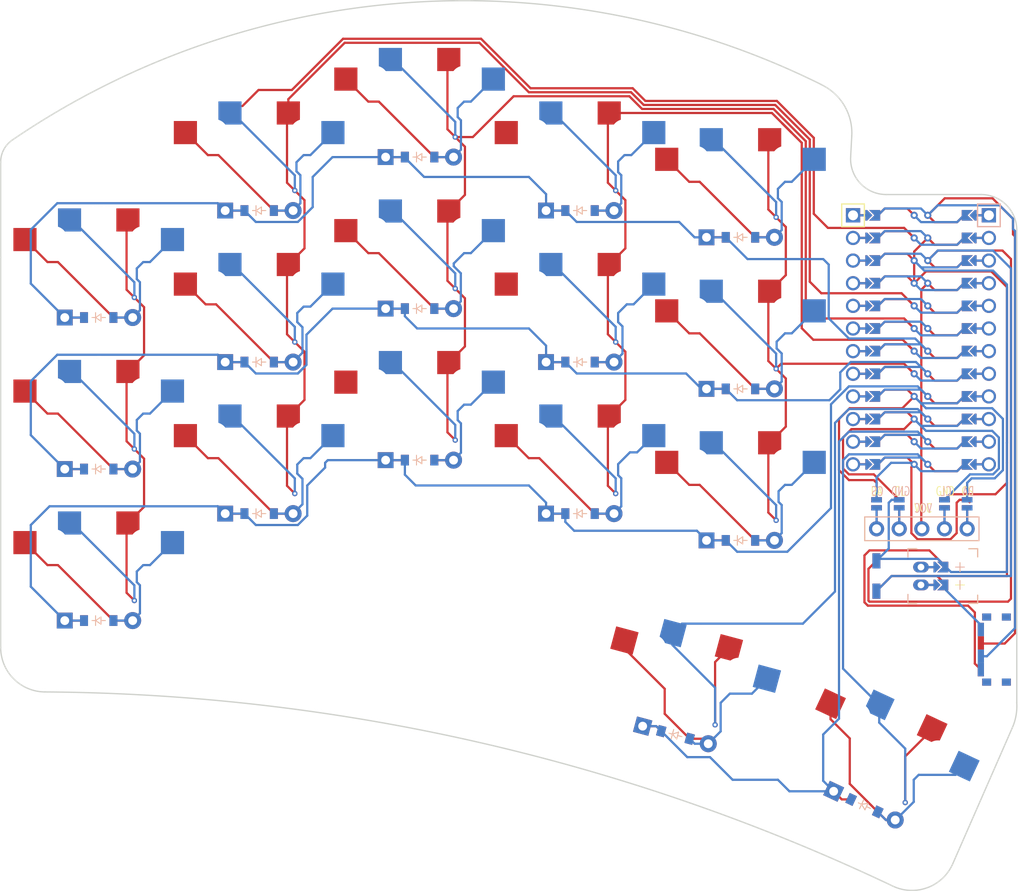
<source format=kicad_pcb>
(kicad_pcb (version 20211014) (generator pcbnew)
  (title_block (title "3x5_2") (rev "v1.0.0") (company "Unknown"))
  (layers (0 "F.Cu" signal) (31 "B.Cu" signal) (34 "B.Paste" user) (35 "F.Paste" user) (36 "B.SilkS" user "B.Silkscreen") (37 "F.SilkS" user "F.Silkscreen") (38 "B.Mask" user) (39 "F.Mask" user) (44 "Edge.Cuts" user))
  (net 0 "")
  (net 1 "P21")
  (net 2 "pinky_bot")
  (net 3 "pinky_mid")
  (net 4 "pinky_top")
  (net 5 "P2")
  (net 6 "ring_bot")
  (net 7 "ring_mid")
  (net 8 "ring_top")
  (net 9 "P3")
  (net 10 "middle_bot")
  (net 11 "middle_mid")
  (net 12 "middle_top")
  (net 13 "P4")
  (net 14 "index_bot")
  (net 15 "index_mid")
  (net 16 "index_top")
  (net 17 "P5")
  (net 18 "inner_bot")
  (net 19 "inner_mid")
  (net 20 "inner_top")
  (net 21 "P14")
  (net 22 "out_home")
  (net 23 "P10")
  (net 24 "in_home")
  (net 25 "P15")
  (net 26 "P18")
  (net 27 "P19")
  (net 28 "P16")
  (net 29 "RAW")
  (net 30 "GND")
  (net 31 "RST")
  (net 32 "VCC")
  (net 33 "P20")
  (net 34 "P1")
  (net 35 "P0")
  (net 36 "P6")
  (net 37 "P7")
  (net 38 "P8")
  (net 39 "P9")
  (net 40 "DISP1_1")
  (net 41 "DISP1_2")
  (net 42 "DISP1_4")
  (net 43 "DISP1_5")
  (net 44 "pos")
  (net 45 "JST1_1")
  (net 46 "JST1_2")
  (footprint "Button_Switch_SMD:SW_SPDT_PCM12" (layer "F.Cu") (at 100.4 8.25 90)
    (fp_text reference "")
    (fp_text value "")
  )
  (footprint "VIA-0.6mm" (layer "F.Cu") (at 69.151951 16.691572 -15)
    (fp_text reference "REF**" hide)
    (fp_text value "VIA-0.6mm" hide)
  )
  (footprint "ComboDiode" (layer "F.Cu") (at 54 -7)
    (fp_text reference "D10" hide)
    (fp_text value "" hide)
  )
  (footprint "VIA-0.6mm" (layer "F.Cu") (at 76 -23.25)
    (fp_text reference "REF**" hide)
    (fp_text value "VIA-0.6mm" hide)
  )
  (footprint "PG1350" (layer "F.Cu") (at 54 -12)
    (fp_text reference "S10" hide)
    (fp_text value "" hide)
  )
  (footprint "PG1350" (layer "F.Cu") (at 18 -12)
    (fp_text reference "S4" hide)
    (fp_text value "" hide)
  )
  (footprint "PG1350" (layer "F.Cu") (at 36 -52)
    (fp_text reference "S9" hide)
    (fp_text value "" hide)
  )
  (footprint "ComboDiode" (layer "F.Cu") (at 18 -7)
    (fp_text reference "D4" hide)
    (fp_text value "" hide)
  )
  (footprint "PG1350" (layer "F.Cu") (at 72 -43)
    (fp_text reference "S15" hide)
    (fp_text value "" hide)
  )
  (footprint "PG1350" (layer "F.Cu") (at 36 -35)
    (fp_text reference "S8" hide)
    (fp_text value "" hide)
  )
  (footprint "ComboDiode" (layer "F.Cu") (at 18 -24)
    (fp_text reference "D5" hide)
    (fp_text value "" hide)
  )
  (footprint "PG1350" (layer "F.Cu") (at 0 -17)
    (fp_text reference "S2" hide)
    (fp_text value "" hide)
  )
  (footprint "ComboDiode" (layer "F.Cu") (at 54 -41)
    (fp_text reference "D12" hide)
    (fp_text value "" hide)
  )
  (footprint "PG1350" (layer "F.Cu") (at 88.020322 21.229699 -25)
    (fp_text reference "S17" hide)
    (fp_text value "" hide)
  )
  (footprint "ComboDiode" (layer "F.Cu") (at 18 -41)
    (fp_text reference "D6" hide)
    (fp_text value "" hide)
  )
  (footprint "VIA-0.6mm" (layer "F.Cu") (at 58 -9.25)
    (fp_text reference "REF**" hide)
    (fp_text value "VIA-0.6mm" hide)
  )
  (footprint "VIA-0.6mm" (layer "F.Cu") (at 76 -6.25)
    (fp_text reference "REF**" hide)
    (fp_text value "VIA-0.6mm" hide)
  )
  (footprint "PG1350" (layer "F.Cu") (at 54 -29)
    (fp_text reference "S11" hide)
    (fp_text value "" hide)
  )
  (footprint "PG1350" (layer "F.Cu") (at 72 -26)
    (fp_text reference "S14" hide)
    (fp_text value "" hide)
  )
  (footprint "ComboDiode" (layer "F.Cu") (at 36 -13)
    (fp_text reference "D7" hide)
    (fp_text value "" hide)
  )
  (footprint "ComboDiode" (layer "F.Cu") (at 0 5)
    (fp_text reference "D1" hide)
    (fp_text value "" hide)
  )
  (footprint "ComboDiode" (layer "F.Cu") (at 85.90723 25.761238 -25)
    (fp_text reference "D17" hide)
    (fp_text value "" hide)
  )
  (footprint "ComboDiode" (layer "F.Cu") (at 36 -47)
    (fp_text reference "D9" hide)
    (fp_text value "" hide)
  )
  (footprint "VIA-0.6mm" (layer "F.Cu") (at 90.483352 25.412518 -25)
    (fp_text reference "REF**" hide)
    (fp_text value "VIA-0.6mm" hide)
  )
  (footprint "VIA-0.6mm" (layer "F.Cu") (at 58 -43.25)
    (fp_text reference "REF**" hide)
    (fp_text value "VIA-0.6mm" hide)
  )
  (footprint "PG1350" (layer "F.Cu") (at 54 -46)
    (fp_text reference "S12" hide)
    (fp_text value "" hide)
  )
  (footprint "VIA-0.6mm" (layer "F.Cu") (at 40 -32.25)
    (fp_text reference "REF**" hide)
    (fp_text value "VIA-0.6mm" hide)
  )
  (footprint "VIA-0.6mm" (layer "F.Cu") (at 22 -43.25)
    (fp_text reference "REF**" hide)
    (fp_text value "VIA-0.6mm" hide)
  )
  (footprint "ComboDiode" (layer "F.Cu") (at 0 -29)
    (fp_text reference "D3" hide)
    (fp_text value "" hide)
  )
  (footprint "ComboDiode" (layer "F.Cu") (at 72 -4)
    (fp_text reference "D13" hide)
    (fp_text value "" hide)
  )
  (footprint "VIA-0.6mm" (layer "F.Cu") (at 40 -49.25)
    (fp_text reference "REF**" hide)
    (fp_text value "VIA-0.6mm" hide)
  )
  (footprint "PG1350" (layer "F.Cu") (at 0 -34)
    (fp_text reference "S3" hide)
    (fp_text value "" hide)
  )
  (footprint "ComboDiode" (layer "F.Cu") (at 72 -21)
    (fp_text reference "D14" hide)
    (fp_text value "" hide)
  )
  (footprint "VIA-0.6mm" (layer "F.Cu") (at 4 -14.25)
    (fp_text reference "REF**" hide)
    (fp_text value "VIA-0.6mm" hide)
  )
  (footprint "PG1350" (layer "F.Cu") (at 18 -29)
    (fp_text reference "S5" hide)
    (fp_text value "" hide)
  )
  (footprint "PG1350" (layer "F.Cu") (at 36 -18)
    (fp_text reference "S7" hide)
    (fp_text value "" hide)
  )
  (footprint "VIA-0.6mm" (layer "F.Cu") (at 4 -31.25)
    (fp_text reference "REF**" hide)
    (fp_text value "VIA-0.6mm" hide)
  )
  (footprint "PG1350" (layer "F.Cu") (at 18 -46)
    (fp_text reference "S6" hide)
    (fp_text value "" hide)
  )
  (footprint "PG1350" (layer "F.Cu") (at 72 -9)
    (fp_text reference "S13" hide)
    (fp_text value "" hide)
  )
  (footprint "PG1350" (layer "F.Cu") (at 0 0)
    (fp_text reference "S1" hide)
    (fp_text value "" hide)
  )
  (footprint "ComboDiode" (layer "F.Cu") (at 72 -38)
    (fp_text reference "D15" hide)
    (fp_text value "" hide)
  )
  (footprint "VIA-0.6mm" (layer "F.Cu") (at 22 -9.25)
    (fp_text reference "REF**" hide)
    (fp_text value "VIA-0.6mm" hide)
  )
  (footprint "VIA-0.6mm" (layer "F.Cu") (at 22 -26.25)
    (fp_text reference "REF**" hide)
    (fp_text value "VIA-0.6mm" hide)
  )
  (footprint "ComboDiode" (layer "F.Cu") (at 64.705905 17.829629 -15)
    (fp_text reference "D16" hide)
    (fp_text value "" hide)
  )
  (footprint "ComboDiode" (layer "F.Cu") (at 0 -12)
    (fp_text reference "D2" hide)
    (fp_text value "" hide)
  )
  (footprint "nice!view" (layer "F.Cu") (at 92.35 -22)
    (fp_text reference "DISP1" hide)
    (fp_text value "")
  )
  (footprint "VIA-0.6mm" (layer "F.Cu") (at 58 -26.25)
    (fp_text reference "REF**" hide)
    (fp_text value "VIA-0.6mm" hide)
  )
  (footprint "JST_PH_S2B-PH-K" (layer "F.Cu") (at 92.25 0 90)
    (fp_text reference "JST1" hide)
    (fp_text value "")
  )
  (footprint "ProMicro" (layer "F.Cu") (at 92.25 -26.5 -90)
    (fp_text reference "MCU1" hide)
    (fp_text value "")
  )
  (footprint "VIA-0.6mm" (layer "F.Cu") (at 4 2.75)
    (fp_text reference "REF**" hide)
    (fp_text value "VIA-0.6mm" hide)
  )
  (footprint "VIA-0.6mm" (layer "F.Cu") (at 76 -40.25)
    (fp_text reference "REF**" hide)
    (fp_text value "VIA-0.6mm" hide)
  )
  (footprint "ComboDiode" (layer "F.Cu") (at 54 -24)
    (fp_text reference "D11" hide)
    (fp_text value "" hide)
  )
  (footprint "ComboDiode" (layer "F.Cu") (at 36 -30)
    (fp_text reference "D8" hide)
    (fp_text value "" hide)
  )
  (footprint "Button_Switch_SMD:SW_SPST_B3U-1000P" (layer "F.Cu") (at 87.25 0 90)
    (fp_text reference "")
    (fp_text value "")
  )
  (footprint "VIA-0.6mm" (layer "F.Cu") (at 40 -15.25)
    (fp_text reference "REF**" hide)
    (fp_text value "VIA-0.6mm" hide)
  )
  (footprint "PG1350" (layer "F.Cu") (at 66 13 -15)
    (fp_text reference "S16" hide)
    (fp_text value "" hide)
  )
  (gr_arc (start -6.032609 13.004785) (mid -9.547044 11.528877) (end -11 8.004891) (layer "Edge.Cuts") (width 0.15))
  (gr_arc (start 99 -42.8) (mid 101.828427 -41.628427) (end 103 -38.8) (layer "Edge.Cuts") (width 0.15))
  (gr_line (start 102.994991 14.2) (end 103 14.2) (layer "Edge.Cuts") (width 0.15))
  (gr_arc (start -11 -46.438803) (mid -10.65226 -47.840772) (end -9.689655 -48.917727) (layer "Edge.Cuts") (width 0.15))
  (gr_arc (start 88.35366 -42.8) (mid 85.45005 -44.04881) (end 84.359468 -47.015476) (layer "Edge.Cuts") (width 0.15))
  (gr_line (start -11 8.004891) (end -11 -35.75) (layer "Edge.Cuts") (width 0.15))
  (gr_line (start 103 14.2) (end 103 -38.8) (layer "Edge.Cuts") (width 0.15))
  (gr_line (start 81 -55.160294) (end 81 -55.172578) (layer "Edge.Cuts") (width 0.15))
  (gr_line (start 102.504833 17.00822) (end 95.819813 32.278197) (layer "Edge.Cuts") (width 0.15))
  (gr_arc (start 81 -55.160295) (mid 83.632356 -52.809022) (end 84.487274 -49.384567) (layer "Edge.Cuts") (width 0.15))
  (gr_arc (start 95.819814 32.278197) (mid 92.98783 34.957371) (end 89.093001 34.788799) (layer "Edge.Cuts") (width 0.15))
  (gr_line (start 84.487274 -49.384567) (end 84.359468 -47.015476) (layer "Edge.Cuts") (width 0.15))
  (gr_arc (start 102.994991 14.2) (mid 102.919111 15.633643) (end 102.504833 17.00822) (layer "Edge.Cuts") (width 0.15))
  (gr_line (start 88.35366 -42.8) (end 99 -42.8) (layer "Edge.Cuts") (width 0.15))
  (gr_arc (start -9.689655 -48.917727) (mid 34.807426 -64.336703) (end 81 -55.172577) (layer "Edge.Cuts") (width 0.15))
  (gr_arc (start -6.032608 13.004785) (mid 42.725452 18.677397) (end 89.093001 34.788799) (layer "Edge.Cuts") (width 0.15))
  (gr_line (start -11 -35.75) (end -11 -46.438803) (layer "Edge.Cuts") (width 0.15))
  (segment (start 3.124999 -32.125001) (end 3.124999 -39.799999) (width 0.25) (layer "F.Cu") (net 1))
  (segment (start 3.124999 -39.799999) (end 3.275 -39.95) (width 0.25) (layer "F.Cu") (net 1))
  (segment (start 3.124999 -5.799999) (end 3.275 -5.95) (width 0.25) (layer "F.Cu") (net 1))
  (segment (start 3.124999 -22.799999) (end 3.275 -22.95) (width 0.25) (layer "F.Cu") (net 1))
  (segment (start 5.0875 -13.1625) (end 5.0875 -7.7625) (width 0.25) (layer "F.Cu") (net 1))
  (segment (start 4 -14.25) (end 3.124999 -15.125001) (width 0.25) (layer "F.Cu") (net 1))
  (segment (start 5.0875 -7.7625) (end 3.275 -5.95) (width 0.25) (layer "F.Cu") (net 1))
  (segment (start 4 -31.25) (end 3.124999 -32.125001) (width 0.25) (layer "F.Cu") (net 1))
  (segment (start 5.0875 -30.1625) (end 5.0875 -24.7625) (width 0.25) (layer "F.Cu") (net 1))
  (segment (start 5.0875 -24.7625) (end 3.275 -22.95) (width 0.25) (layer "F.Cu") (net 1))
  (segment (start 4 -14.25) (end 5.0875 -13.1625) (width 0.25) (layer "F.Cu") (net 1))
  (segment (start 4 2.75) (end 3.124999 1.874999) (width 0.25) (layer "F.Cu") (net 1))
  (segment (start 3.124999 -15.125001) (end 3.124999 -22.799999) (width 0.25) (layer "F.Cu") (net 1))
  (segment (start 3.124999 1.874999) (end 3.124999 -5.799999) (width 0.25) (layer "F.Cu") (net 1))
  (segment (start 4 -31.25) (end 5.0875 -30.1625) (width 0.25) (layer "F.Cu") (net 1))
  (segment (start 4 -32.955001) (end 4 -31.25) (width 0.25) (layer "B.Cu") (net 1))
  (segment (start -2.994999 -5.95) (end 4 1.044999) (width 0.25) (layer "B.Cu") (net 1))
  (segment (start -2.994999 -39.95) (end 4 -32.955001) (width 0.25) (layer "B.Cu") (net 1))
  (segment (start -3.275 -39.95) (end -2.994999 -39.95) (width 0.25) (layer "B.Cu") (net 1))
  (segment (start -3.275 -22.95) (end -2.994999 -22.95) (width 0.25) (layer "B.Cu") (net 1))
  (segment (start 4 -15.955001) (end 4 -14.25) (width 0.25) (layer "B.Cu") (net 1))
  (segment (start 4 1.044999) (end 4 2.75) (width 0.25) (layer "B.Cu") (net 1))
  (segment (start -2.994999 -22.95) (end 4 -15.955001) (width 0.25) (layer "B.Cu") (net 1))
  (segment (start -3.275 -5.95) (end -2.994999 -5.95) (width 0.25) (layer "B.Cu") (net 1))
  (segment (start 3.81 5) (end 1.65 5) (width 0.25) (layer "F.Cu") (net 2))
  (segment (start -4.575901 -1.225901) (end 1.65 5) (width 0.25) (layer "F.Cu") (net 2))
  (segment (start -8.275 -3.75) (end -5.750901 -1.225901) (width 0.25) (layer "F.Cu") (net 2))
  (segment (start -5.750901 -1.225901) (end -4.575901 -1.225901) (width 0.25) (layer "F.Cu") (net 2))
  (segment (start 8.275 -3.75) (end 5.750901 -1.225901) (width 0.25) (layer "B.Cu") (net 2))
  (segment (start 5.750901 -1.225901) (end 4.992215 -1.225901) (width 0.25) (layer "B.Cu") (net 2))
  (segment (start 4.625 1.033603) (end 4.625 4.185) (width 0.25) (layer "B.Cu") (net 2))
  (segment (start 4.992215 -1.225901) (end 4.274099 -0.507785) (width 0.25) (layer "B.Cu") (net 2))
  (segment (start 4.625 4.185) (end 3.81 5) (width 0.25) (layer "B.Cu") (net 2))
  (segment (start 4.274099 0.682702) (end 4.625 1.033603) (width 0.25) (layer "B.Cu") (net 2))
  (segment (start 3.81 5) (end 1.65 5) (width 0.25) (layer "B.Cu") (net 2))
  (segment (start 4.274099 -0.507785) (end 4.274099 0.682702) (width 0.25) (layer "B.Cu") (net 2))
  (segment (start 3.81 -12) (end 1.65 -12) (width 0.25) (layer "F.Cu") (net 3))
  (segment (start -5.750901 -18.225901) (end -4.575901 -18.225901) (width 0.25) (layer "F.Cu") (net 3))
  (segment (start -8.275 -20.75) (end -5.750901 -18.225901) (width 0.25) (layer "F.Cu") (net 3))
  (segment (start -4.575901 -18.225901) (end 1.65 -12) (width 0.25) (layer "F.Cu") (net 3))
  (segment (start 4.625 -12.815) (end 3.81 -12) (width 0.25) (layer "B.Cu") (net 3))
  (segment (start 4.274099 -16.317298) (end 4.625 -15.966397) (width 0.25) (layer "B.Cu") (net 3))
  (segment (start 5.750901 -18.225901) (end 4.992215 -18.225901) (width 0.25) (layer "B.Cu") (net 3))
  (segment (start 8.275 -20.75) (end 5.750901 -18.225901) (width 0.25) (layer "B.Cu") (net 3))
  (segment (start 4.992215 -18.225901) (end 4.274099 -17.507785) (width 0.25) (layer "B.Cu") (net 3))
  (segment (start 4.625 -15.966397) (end 4.625 -12.815) (width 0.25) (layer "B.Cu") (net 3))
  (segment (start 3.81 -12) (end 1.65 -12) (width 0.25) (layer "B.Cu") (net 3))
  (segment (start 4.274099 -17.507785) (end 4.274099 -16.317298) (width 0.25) (layer "B.Cu") (net 3))
  (segment (start -5.750901 -35.225901) (end -4.575901 -35.225901) (width 0.25) (layer "F.Cu") (net 4))
  (segment (start 3.81 -29) (end 1.65 -29) (width 0.25) (layer "F.Cu") (net 4))
  (segment (start -8.275 -37.75) (end -5.750901 -35.225901) (width 0.25) (layer "F.Cu") (net 4))
  (segment (start -4.575901 -35.225901) (end 1.65 -29) (width 0.25) (layer "F.Cu") (net 4))
  (segment (start 4.992215 -35.225901) (end 4.274099 -34.507785) (width 0.25) (layer "B.Cu") (net 4))
  (segment (start 3.81 -29) (end 1.65 -29) (width 0.25) (layer "B.Cu") (net 4))
  (segment (start 4.625 -32.966397) (end 4.625 -29.815) (width 0.25) (layer "B.Cu") (net 4))
  (segment (start 4.274099 -34.507785) (end 4.274099 -33.317298) (width 0.25) (layer "B.Cu") (net 4))
  (segment (start 5.750901 -35.225901) (end 4.992215 -35.225901) (width 0.25) (layer "B.Cu") (net 4))
  (segment (start 8.275 -37.75) (end 5.750901 -35.225901) (width 0.25) (layer "B.Cu") (net 4))
  (segment (start 4.274099 -33.317298) (end 4.625 -32.966397) (width 0.25) (layer "B.Cu") (net 4))
  (segment (start 4.625 -29.815) (end 3.81 -29) (width 0.25) (layer "B.Cu") (net 4))
  (segment (start 23.0875 -25.1625) (end 23.0875 -19.7625) (width 0.25) (layer "F.Cu") (net 5))
  (segment (start 22 -26.25) (end 21.124999 -27.125001) (width 0.25) (layer "F.Cu") (net 5))
  (segment (start 21.275 -53.5) (end 27.600001 -59.825001) (width 0.25) (layer "F.Cu") (net 5))
  (segment (start 21.275 -51.95) (end 21.275 -53.5) (width 0.25) (layer "F.Cu") (net 5))
  (segment (start 21.124999 -44.125001) (end 21.124999 -51.799999) (width 0.25) (layer "F.Cu") (net 5))
  (segment (start 42.71 -59.825001) (end 48.26 -54.275001) (width 0.25) (layer "F.Cu") (net 5))
  (segment (start 21.124999 -10.125001) (end 21.124999 -17.799999) (width 0.25) (layer "F.Cu") (net 5))
  (segment (start 21.124999 -27.125001) (end 21.124999 -34.799999) (width 0.25) (layer "F.Cu") (net 5))
  (segment (start 21.124999 -51.799999) (end 21.275 -51.95) (width 0.25) (layer "F.Cu") (net 5))
  (segment (start 48.26 -54.275001) (end 59.721395 -54.275001) (width 0.25) (layer "F.Cu") (net 5))
  (segment (start 21.124999 -17.799999) (end 21.275 -17.95) (width 0.25) (layer "F.Cu") (net 5))
  (segment (start 81.070001 -31.725) (end 90.073 -31.725) (width 0.25) (layer "F.Cu") (net 5))
  (segment (start 79.775001 -33.02) (end 81.070001 -31.725) (width 0.25) (layer "F.Cu") (net 5))
  (segment (start 90.073 -31.725) (end 91.488 -30.31) (width 0.25) (layer "F.Cu") (net 5))
  (segment (start 23.0875 -36.7625) (end 21.275 -34.95) (width 0.25) (layer "F.Cu") (net 5))
  (segment (start 27.600001 -59.825001) (end 42.71 -59.825001) (width 0.25) (layer "F.Cu") (net 5))
  (segment (start 23.0875 -42.1625) (end 23.0875 -36.7625) (width 0.25) (layer "F.Cu") (net 5))
  (segment (start 21.124999 -34.799999) (end 21.275 -34.95) (width 0.25) (layer "F.Cu") (net 5))
  (segment (start 22 -43.25) (end 23.0875 -42.1625) (width 0.25) (layer "F.Cu") (net 5))
  (segment (start 59.721395 -54.275001) (end 61.146396 -52.85) (width 0.25) (layer "F.Cu") (net 5))
  (segment (start 23.0875 -19.7625) (end 21.275 -17.95) (width 0.25) (layer "F.Cu") (net 5))
  (segment (start 22 -43.25) (end 21.124999 -44.125001) (width 0.25) (layer "F.Cu") (net 5))
  (segment (start 22 -9.25) (end 21.124999 -10.125001) (width 0.25) (layer "F.Cu") (net 5))
  (segment (start 75.897792 -52.85) (end 79.775001 -48.972791) (width 0.25) (layer "F.Cu") (net 5))
  (segment (start 79.775001 -48.972791) (end 79.775001 -33.02) (width 0.25) (layer "F.Cu") (net 5))
  (segment (start 61.146396 -52.85) (end 75.897792 -52.85) (width 0.25) (layer "F.Cu") (net 5))
  (segment (start 22 -26.25) (end 23.0875 -25.1625) (width 0.25) (layer "F.Cu") (net 5))
  (segment (start 14.725 -51.95) (end 15.005001 -51.95) (width 0.25) (layer "B.Cu") (net 5))
  (segment (start 14.725 -17.95) (end 15.005001 -17.95) (width 0.25) (layer "B.Cu") (net 5))
  (segment (start 14.725 -34.95) (end 15.005001 -34.95) (width 0.25) (layer "B.Cu") (net 5))
  (segment (start 22 -27.955001) (end 22 -26.25) (width 0.25) (layer "B.Cu") (net 5))
  (segment (start 22 -44.955001) (end 22 -43.25) (width 0.25) (layer "B.Cu") (net 5))
  (segment (start 15.005001 -34.95) (end 22 -27.955001) (width 0.25) (layer "B.Cu") (net 5))
  (segment (start 15.005001 -51.95) (end 22 -44.955001) (width 0.25) (layer "B.Cu") (net 5))
  (segment (start 22 -10.955001) (end 22 -9.25) (width 0.25) (layer "B.Cu") (net 5))
  (segment (start 15.005001 -17.95) (end 22 -10.955001) (width 0.25) (layer "B.Cu") (net 5))
  (segment (start 9.725 -15.75) (end 12.249099 -13.225901) (width 0.25) (layer "F.Cu") (net 6))
  (segment (start 12.249099 -13.225901) (end 13.424099 -13.225901) (width 0.25) (layer "F.Cu") (net 6))
  (segment (start 21.81 -7) (end 19.65 -7) (width 0.25) (layer "F.Cu") (net 6))
  (segment (start 13.424099 -13.225901) (end 19.65 -7) (width 0.25) (layer "F.Cu") (net 6))
  (segment (start 22.274099 -11.492215) (end 22.86 -10.906314) (width 0.25) (layer "B.Cu") (net 6))
  (segment (start 22.992215 -13.225901) (end 22.274099 -12.507785) (width 0.25) (layer "B.Cu") (net 6))
  (segment (start 26.275 -15.75) (end 23.750901 -13.225901) (width 0.25) (layer "B.Cu") (net 6))
  (segment (start 22.86 -8.05) (end 21.81 -7) (width 0.25) (layer "B.Cu") (net 6))
  (segment (start 22.86 -10.906314) (end 22.86 -8.05) (width 0.25) (layer "B.Cu") (net 6))
  (segment (start 21.81 -7) (end 19.65 -7) (width 0.25) (layer "B.Cu") (net 6))
  (segment (start 23.750901 -13.225901) (end 22.992215 -13.225901) (width 0.25) (layer "B.Cu") (net 6))
  (segment (start 22.274099 -12.507785) (end 22.274099 -11.492215) (width 0.25) (layer "B.Cu") (net 6))
  (segment (start 11.995 -30.48) (end 9.725 -32.75) (width 0.25) (layer "F.Cu") (net 7))
  (segment (start 19.65 -24) (end 13.17 -30.48) (width 0.25) (layer "F.Cu") (net 7))
  (segment (start 13.17 -30.48) (end 11.995 -30.48) (width 0.25) (layer "F.Cu") (net 7))
  (segment (start 21.81 -24) (end 19.65 -24) (width 0.25) (layer "F.Cu") (net 7))
  (segment (start 22.274099 -29.507785) (end 22.274099 -28.492215) (width 0.25) (layer "B.Cu") (net 7))
  (segment (start 22.992215 -30.225901) (end 22.274099 -29.507785) (width 0.25) (layer "B.Cu") (net 7))
  (segment (start 22.86 -25.05) (end 21.81 -24) (width 0.25) (layer "B.Cu") (net 7))
  (segment (start 21.81 -24) (end 19.65 -24) (width 0.25) (layer "B.Cu") (net 7))
  (segment (start 26.275 -32.75) (end 23.750901 -30.225901) (width 0.25) (layer "B.Cu") (net 7))
  (segment (start 22.86 -27.906314) (end 22.86 -25.05) (width 0.25) (layer "B.Cu") (net 7))
  (segment (start 22.274099 -28.492215) (end 22.86 -27.906314) (width 0.25) (layer "B.Cu") (net 7))
  (segment (start 23.750901 -30.225901) (end 22.992215 -30.225901) (width 0.25) (layer "B.Cu") (net 7))
  (segment (start 12.249099 -47.225901) (end 13.424099 -47.225901) (width 0.25) (layer "F.Cu") (net 8))
  (segment (start 13.424099 -47.225901) (end 19.65 -41) (width 0.25) (layer "F.Cu") (net 8))
  (segment (start 9.725 -49.75) (end 12.249099 -47.225901) (width 0.25) (layer "F.Cu") (net 8))
  (segment (start 21.81 -41) (end 19.65 -41) (width 0.25) (layer "F.Cu") (net 8))
  (segment (start 22.625 -44.966396) (end 22.625 -41.815) (width 0.25) (layer "B.Cu") (net 8))
  (segment (start 22.625 -41.815) (end 21.81 -41) (width 0.25) (layer "B.Cu") (net 8))
  (segment (start 22.18664 -45.404756) (end 22.625 -44.966396) (width 0.25) (layer "B.Cu") (net 8))
  (segment (start 23.750901 -47.225901) (end 22.992215 -47.225901) (width 0.25) (layer "B.Cu") (net 8))
  (segment (start 21.81 -41) (end 19.65 -41) (width 0.25) (layer "B.Cu") (net 8))
  (segment (start 26.275 -49.75) (end 23.750901 -47.225901) (width 0.25) (layer "B.Cu") (net 8))
  (segment (start 22.18664 -46.420326) (end 22.18664 -45.404756) (width 0.25) (layer "B.Cu") (net 8))
  (segment (start 22.992215 -47.225901) (end 22.18664 -46.420326) (width 0.25) (layer "B.Cu") (net 8))
  (segment (start 41.0875 -31.1625) (end 41.0875 -25.7625) (width 0.25) (layer "F.Cu") (net 9))
  (segment (start 46.550001 -53.825001) (end 59.534999 -53.825001) (width 0.25) (layer "F.Cu") (net 9))
  (segment (start 39.124999 -16.125001) (end 39.124999 -23.799999) (width 0.25) (layer "F.Cu") (net 9))
  (segment (start 40 -49.25) (end 41.0875 -48.1625) (width 0.25) (layer "F.Cu") (net 9))
  (segment (start 40 -49.25) (end 41.975 -49.25) (width 0.25) (layer "F.Cu") (net 9))
  (segment (start 75.711396 -52.4) (end 79.325001 -48.786395) (width 0.25) (layer "F.Cu") (net 9))
  (segment (start 40 -32.25) (end 39.124999 -33.125001) (width 0.25) (layer "F.Cu") (net 9))
  (segment (start 39.124999 -57.799999) (end 39.275 -57.95) (width 0.25) (layer "F.Cu") (net 9))
  (segment (start 59.534999 -53.825001) (end 60.96 -52.4) (width 0.25) (layer "F.Cu") (net 9))
  (segment (start 39.124999 -40.799999) (end 39.275 -40.95) (width 0.25) (layer "F.Cu") (net 9))
  (segment (start 39.124999 -50.125001) (end 39.124999 -57.799999) (width 0.25) (layer "F.Cu") (net 9))
  (segment (start 40 -15.25) (end 39.124999 -16.125001) (width 0.25) (layer "F.Cu") (net 9))
  (segment (start 60.96 -52.4) (end 75.711396 -52.4) (width 0.25) (layer "F.Cu") (net 9))
  (segment (start 40 -32.25) (end 41.0875 -31.1625) (width 0.25) (layer "F.Cu") (net 9))
  (segment (start 40 -49.25) (end 39.124999 -50.125001) (width 0.25) (layer "F.Cu") (net 9))
  (segment (start 79.325001 -48.786395) (end 79.325001 -30.48) (width 0.25) (layer "F.Cu") (net 9))
  (segment (start 39.124999 -33.125001) (end 39.124999 -40.799999) (width 0.25) (layer "F.Cu") (net 9))
  (segment (start 41.0875 -42.7625) (end 39.275 -40.95) (width 0.25) (layer "F.Cu") (net 9))
  (segment (start 41.975 -49.25) (end 46.550001 -53.825001) (width 0.25) (layer "F.Cu") (net 9))
  (segment (start 41.0875 -25.7625) (end 39.275 -23.95) (width 0.25) (layer "F.Cu") (net 9))
  (segment (start 90.363 -28.895) (end 91.488 -27.77) (width 0.25) (layer "F.Cu") (net 9))
  (segment (start 80.910001 -28.895) (end 90.363 -28.895) (width 0.25) (layer "F.Cu") (net 9))
  (segment (start 79.325001 -30.48) (end 80.910001 -28.895) (width 0.25) (layer "F.Cu") (net 9))
  (segment (start 41.0875 -48.1625) (end 41.0875 -42.7625) (width 0.25) (layer "F.Cu") (net 9))
  (segment (start 39.124999 -23.799999) (end 39.275 -23.95) (width 0.25) (layer "F.Cu") (net 9))
  (segment (start 32.725 -57.95) (end 33.005001 -57.95) (width 0.25) (layer "B.Cu") (net 9))
  (segment (start 32.725 -40.95) (end 33.005001 -40.95) (width 0.25) (layer "B.Cu") (net 9))
  (segment (start 33.005001 -23.95) (end 40 -16.955001) (width 0.25) (layer "B.Cu") (net 9))
  (segment (start 33.005001 -40.95) (end 40 -33.955001) (width 0.25) (layer "B.Cu") (net 9))
  (segment (start 32.725 -23.95) (end 33.005001 -23.95) (width 0.25) (layer "B.Cu") (net 9))
  (segment (start 40 -50.955001) (end 40 -49.25) (width 0.25) (layer "B.Cu") (net 9))
  (segment (start 40 -33.955001) (end 40 -32.25) (width 0.25) (layer "B.Cu") (net 9))
  (segment (start 40 -16.955001) (end 40 -15.25) (width 0.25) (layer "B.Cu") (net 9))
  (segment (start 33.005001 -57.95) (end 40 -50.955001) (width 0.25) (layer "B.Cu") (net 9))
  (segment (start 39.81 -13) (end 37.65 -13) (width 0.25) (layer "F.Cu") (net 10))
  (segment (start 40.64 -17.126314) (end 40.64 -13.83) (width 0.25) (layer "B.Cu") (net 10))
  (segment (start 41.750901 -19.225901) (end 40.992215 -19.225901) (width 0.25) (layer "B.Cu") (net 10))
  (segment (start 40.274099 -17.492215) (end 40.64 -17.126314) (width 0.25) (layer "B.Cu") (net 10))
  (segment (start 39.81 -13) (end 37.65 -13) (width 0.25) (layer "B.Cu") (net 10))
  (segment (start 40.992215 -19.225901) (end 40.274099 -18.507785) (width 0.25) (layer "B.Cu") (net 10))
  (segment (start 40.274099 -18.507785) (end 40.274099 -17.492215) (width 0.25) (layer "B.Cu") (net 10))
  (segment (start 44.275 -21.75) (end 41.750901 -19.225901) (width 0.25) (layer "B.Cu") (net 10))
  (segment (start 40.64 -13.83) (end 39.81 -13) (width 0.25) (layer "B.Cu") (net 10))
  (segment (start 30.249099 -36.225901) (end 31.424099 -36.225901) (width 0.25) (layer "F.Cu") (net 11))
  (segment (start 27.725 -38.75) (end 30.249099 -36.225901) (width 0.25) (layer "F.Cu") (net 11))
  (segment (start 39.81 -30) (end 37.65 -30) (width 0.25) (layer "F.Cu") (net 11))
  (segment (start 31.424099 -36.225901) (end 37.65 -30) (width 0.25) (layer "F.Cu") (net 11))
  (segment (start 40.992215 -36.225901) (end 39.835698 -35.069384) (width 0.25) (layer "B.Cu") (net 11))
  (segment (start 39.835698 -35.069384) (end 39.835698 -34.755698) (width 0.25) (layer "B.Cu") (net 11))
  (segment (start 40.625 -33.966396) (end 40.625 -30.815) (width 0.25) (layer "B.Cu") (net 11))
  (segment (start 39.835698 -34.755698) (end 40.625 -33.966396) (width 0.25) (layer "B.Cu") (net 11))
  (segment (start 41.750901 -36.225901) (end 40.992215 -36.225901) (width 0.25) (layer "B.Cu") (net 11))
  (segment (start 44.275 -38.75) (end 41.750901 -36.225901) (width 0.25) (layer "B.Cu") (net 11))
  (segment (start 40.625 -30.815) (end 39.81 -30) (width 0.25) (layer "B.Cu") (net 11))
  (segment (start 39.81 -30) (end 37.65 -30) (width 0.25) (layer "B.Cu") (net 11))
  (segment (start 27.725 -55.75) (end 30.249099 -53.225901) (width 0.25) (layer "F.Cu") (net 12))
  (segment (start 30.249099 -53.225901) (end 31.424099 -53.225901) (width 0.25) (layer "F.Cu") (net 12))
  (segment (start 39.81 -47) (end 37.65 -47) (width 0.25) (layer "F.Cu") (net 12))
  (segment (start 31.424099 -53.225901) (end 37.65 -47) (width 0.25) (layer "F.Cu") (net 12))
  (segment (start 41.750901 -53.225901) (end 40.992215 -53.225901) (width 0.25) (layer "B.Cu") (net 12))
  (segment (start 40.64 -47.83) (end 39.81 -47) (width 0.25) (layer "B.Cu") (net 12))
  (segment (start 40.992215 -53.225901) (end 40.274099 -52.507785) (width 0.25) (layer "B.Cu") (net 12))
  (segment (start 40.64 -51.126314) (end 40.64 -47.83) (width 0.25) (layer "B.Cu") (net 12))
  (segment (start 44.275 -55.75) (end 41.750901 -53.225901) (width 0.25) (layer "B.Cu") (net 12))
  (segment (start 40.274099 -51.492215) (end 40.64 -51.126314) (width 0.25) (layer "B.Cu") (net 12))
  (segment (start 39.81 -47) (end 37.65 -47) (width 0.25) (layer "B.Cu") (net 12))
  (segment (start 40.274099 -52.507785) (end 40.274099 -51.492215) (width 0.25) (layer "B.Cu") (net 12))
  (segment (start 59.0875 -19.7625) (end 57.275 -17.95) (width 0.25) (layer "F.Cu") (net 13))
  (segment (start 58 -43.25) (end 59.0875 -42.1625) (width 0.25) (layer "F.Cu") (net 13))
  (segment (start 80.172215 -26.507785) (end 90.210215 -26.507785) (width 0.25) (layer "F.Cu") (net 13))
  (segment (start 90.210215 -26.507785) (end 91.488 -25.23) (width 0.25) (layer "F.Cu") (net 13))
  (segment (start 57.124999 -51.799999) (end 57.275 -51.95) (width 0.25) (layer "F.Cu") (net 13))
  (segment (start 58 -26.25) (end 57.124999 -27.125001) (width 0.25) (layer "F.Cu") (net 13))
  (segment (start 57.124999 -10.125001) (end 57.124999 -17.799999) (width 0.25) (layer "F.Cu") (net 13))
  (segment (start 57.124999 -17.799999) (end 57.275 -17.95) (width 0.25) (layer "F.Cu") (net 13))
  (segment (start 58 -9.25) (end 57.124999 -10.125001) (width 0.25) (layer "F.Cu") (net 13))
  (segment (start 59.0875 -25.1625) (end 59.0875 -19.7625) (width 0.25) (layer "F.Cu") (net 13))
  (segment (start 75.525 -51.95) (end 77.7075 -49.7675) (width 0.25) (layer "F.Cu") (net 13))
  (segment (start 59.0875 -36.7625) (end 57.275 -34.95) (width 0.25) (layer "F.Cu") (net 13))
  (segment (start 58 -43.25) (end 57.124999 -44.125001) (width 0.25) (layer "F.Cu") (net 13))
  (segment (start 77.7075 -49.7675) (end 78.875001 -48.599999) (width 0.25) (layer "F.Cu") (net 13))
  (segment (start 78.875001 -27.804999) (end 80.172215 -26.507785) (width 0.25) (layer "F.Cu") (net 13))
  (segment (start 57.124999 -34.799999) (end 57.275 -34.95) (width 0.25) (layer "F.Cu") (net 13))
  (segment (start 57.124999 -44.125001) (end 57.124999 -51.799999) (width 0.25) (layer "F.Cu") (net 13))
  (segment (start 78.875001 -48.599999) (end 78.875001 -27.804999) (width 0.25) (layer "F.Cu") (net 13))
  (segment (start 57.275 -51.95) (end 75.525 -51.95) (width 0.25) (layer "F.Cu") (net 13))
  (segment (start 77.7075 -49.7675) (end 76.675 -50.8) (width 0.25) (layer "F.Cu") (net 13))
  (segment (start 57.124999 -27.125001) (end 57.124999 -34.799999) (width 0.25) (layer "F.Cu") (net 13))
  (segment (start 59.0875 -42.1625) (end 59.0875 -36.7625) (width 0.25) (layer "F.Cu") (net 13))
  (segment (start 58 -26.25) (end 59.0875 -25.1625) (width 0.25) (layer "F.Cu") (net 13))
  (segment (start 58 -44.955001) (end 58 -43.25) (width 0.25) (layer "B.Cu") (net 13))
  (segment (start 50.725 -51.95) (end 51.005001 -51.95) (width 0.25) (layer "B.Cu") (net 13))
  (segment (start 51.005001 -51.95) (end 58 -44.955001) (width 0.25) (layer "B.Cu") (net 13))
  (segment (start 51.005001 -34.95) (end 58 -27.955001) (width 0.25) (layer "B.Cu") (net 13))
  (segment (start 50.725 -34.95) (end 51.005001 -34.95) (width 0.25) (layer "B.Cu") (net 13))
  (segment (start 50.725 -17.95) (end 51.005001 -17.95) (width 0.25) (layer "B.Cu") (net 13))
  (segment (start 51.005001 -17.95) (end 58 -10.955001) (width 0.25) (layer "B.Cu") (net 13))
  (segment (start 58 -27.955001) (end 58 -26.25) (width 0.25) (layer "B.Cu") (net 13))
  (segment (start 58 -10.955001) (end 58 -9.25) (width 0.25) (layer "B.Cu") (net 13))
  (segment (start 57.81 -7) (end 55.65 -7) (width 0.25) (layer "F.Cu") (net 14))
  (segment (start 49.424099 -13.225901) (end 55.65 -7) (width 0.25) (layer "F.Cu") (net 14))
  (segment (start 48.249099 -13.225901) (end 49.424099 -13.225901) (width 0.25) (layer "F.Cu") (net 14))
  (segment (start 45.725 -15.75) (end 48.249099 -13.225901) (width 0.25) (layer "F.Cu") (net 14))
  (segment (start 57.81 -7) (end 55.65 -7) (width 0.25) (layer "B.Cu") (net 14))
  (segment (start 58.274099 -11.317298) (end 58.625 -10.966397) (width 0.25) (layer "B.Cu") (net 14))
  (segment (start 59.594999 -13.874999) (end 58.274099 -12.554099) (width 0.25) (layer "B.Cu") (net 14))
  (segment (start 58.625 -10.966397) (end 58.625 -7.815) (width 0.25) (layer "B.Cu") (net 14))
  (segment (start 58.625 -7.815) (end 57.81 -7) (width 0.25) (layer "B.Cu") (net 14))
  (segment (start 58.274099 -12.554099) (end 58.274099 -11.317298) (width 0.25) (layer "B.Cu") (net 14))
  (segment (start 60.399999 -13.874999) (end 59.594999 -13.874999) (width 0.25) (layer "B.Cu") (net 14))
  (segment (start 62.275 -15.75) (end 60.399999 -13.874999) (width 0.25) (layer "B.Cu") (net 14))
  (segment (start 57.81 -24) (end 55.65 -24) (width 0.25) (layer "F.Cu") (net 15))
  (segment (start 58.274099 -29.507785) (end 59.246314 -30.48) (width 0.25) (layer "B.Cu") (net 15))
  (segment (start 59.246314 -30.48) (end 60.005 -30.48) (width 0.25) (layer "B.Cu") (net 15))
  (segment (start 58.7625 -28.003814) (end 58.274099 -28.492215) (width 0.25) (layer "B.Cu") (net 15))
  (segment (start 57.81 -24) (end 58.7625 -24.9525) (width 0.25) (layer "B.Cu") (net 15))
  (segment (start 58.7625 -24.9525) (end 58.7625 -28.003814) (width 0.25) (layer "B.Cu") (net 15))
  (segment (start 57.81 -24) (end 55.65 -24) (width 0.25) (layer "B.Cu") (net 15))
  (segment (start 60.005 -30.48) (end 62.275 -32.75) (width 0.25) (layer "B.Cu") (net 15))
  (segment (start 58.274099 -28.492215) (end 58.274099 -29.507785) (width 0.25) (layer "B.Cu") (net 15))
  (segment (start 57.81 -41) (end 55.65 -41) (width 0.25) (layer "F.Cu") (net 16))
  (segment (start 58.992215 -47.225901) (end 58.274099 -46.507785) (width 0.25) (layer "B.Cu") (net 16))
  (segment (start 58.274099 -45.317298) (end 58.625 -44.966397) (width 0.25) (layer "B.Cu") (net 16))
  (segment (start 58.274099 -46.507785) (end 58.274099 -45.317298) (width 0.25) (layer "B.Cu") (net 16))
  (segment (start 58.625 -41.815) (end 57.81 -41) (width 0.25) (layer "B.Cu") (net 16))
  (segment (start 58.625 -44.966397) (end 58.625 -41.815) (width 0.25) (layer "B.Cu") (net 16))
  (segment (start 62.275 -49.75) (end 59.750901 -47.225901) (width 0.25) (layer "B.Cu") (net 16))
  (segment (start 57.81 -41) (end 55.65 -41) (width 0.25) (layer "B.Cu") (net 16))
  (segment (start 59.750901 -47.225901) (end 58.992215 -47.225901) (width 0.25) (layer "B.Cu") (net 16))
  (segment (start 76.565 -23.815) (end 90.363 -23.815) (width 0.25) (layer "F.Cu") (net 17))
  (segment (start 77.0875 -22.1625) (end 77.0875 -16.7625) (width 0.25) (layer "F.Cu") (net 17))
  (segment (start 76 -23.25) (end 76.565 -23.815) (width 0.25) (layer "F.Cu") (net 17))
  (segment (start 75.124999 -41.125001) (end 75.124999 -48.799999) (width 0.25) (layer "F.Cu") (net 17))
  (segment (start 77.0875 -33.7625) (end 75.275 -31.95) (width 0.25) (layer "F.Cu") (net 17))
  (segment (start 76 -40.25) (end 75.124999 -41.125001) (width 0.25) (layer "F.Cu") (net 17))
  (segment (start 90.363 -23.815) (end 91.488 -22.69) (width 0.25) (layer "F.Cu") (net 17))
  (segment (start 77.0875 -16.7625) (end 75.275 -14.95) (width 0.25) (layer "F.Cu") (net 17))
  (segment (start 76 -40.25) (end 77.0875 -39.1625) (width 0.25) (layer "F.Cu") (net 17))
  (segment (start 75.124999 -14.799999) (end 75.275 -14.95) (width 0.25) (layer "F.Cu") (net 17))
  (segment (start 76 -23.25) (end 75.124999 -24.125001) (width 0.25) (layer "F.Cu") (net 17))
  (segment (start 75.124999 -24.125001) (end 75.124999 -31.799999) (width 0.25) (layer "F.Cu") (net 17))
  (segment (start 76 -23.25) (end 77.0875 -22.1625) (width 0.25) (layer "F.Cu") (net 17))
  (segment (start 75.124999 -48.799999) (end 75.275 -48.95) (width 0.25) (layer "F.Cu") (net 17))
  (segment (start 75.124999 -7.125001) (end 75.124999 -14.799999) (width 0.25) (layer "F.Cu") (net 17))
  (segment (start 76 -6.25) (end 75.124999 -7.125001) (width 0.25) (layer "F.Cu") (net 17))
  (segment (start 75.124999 -31.799999) (end 75.275 -31.95) (width 0.25) (layer "F.Cu") (net 17))
  (segment (start 77.0875 -39.1625) (end 77.0875 -33.7625) (width 0.25) (layer "F.Cu") (net 17))
  (segment (start 68.725 -31.95) (end 69.005001 -31.95) (width 0.25) (layer "B.Cu") (net 17))
  (segment (start 68.725 -48.95) (end 69.005001 -48.95) (width 0.25) (layer "B.Cu") (net 17))
  (segment (start 69.005001 -14.95) (end 76 -7.955001) (width 0.25) (layer "B.Cu") (net 17))
  (segment (start 76 -7.955001) (end 76 -6.25) (width 0.25) (layer "B.Cu") (net 17))
  (segment (start 69.005001 -48.95) (end 76 -41.955001) (width 0.25) (layer "B.Cu") (net 17))
  (segment (start 68.725 -14.95) (end 69.005001 -14.95) (width 0.25) (layer "B.Cu") (net 17))
  (segment (start 69.005001 -31.95) (end 76 -24.955001) (width 0.25) (layer "B.Cu") (net 17))
  (segment (start 76 -41.955001) (end 76 -40.25) (width 0.25) (layer "B.Cu") (net 17))
  (segment (start 76 -24.955001) (end 76 -23.25) (width 0.25) (layer "B.Cu") (net 17))
  (segment (start 67.424099 -10.225901) (end 73.65 -4) (width 0.25) (layer "F.Cu") (net 18))
  (segment (start 63.725 -12.75) (end 66.249099 -10.225901) (width 0.25) (layer "F.Cu") (net 18))
  (segment (start 66.249099 -10.225901) (end 67.424099 -10.225901) (width 0.25) (layer "F.Cu") (net 18))
  (segment (start 73.65 -4) (end 75.81 -4) (width 0.25) (layer "F.Cu") (net 18))
  (segment (start 76.992215 -10.225901) (end 76.274099 -9.507785) (width 0.25) (layer "B.Cu") (net 18))
  (segment (start 80.275 -12.75) (end 77.750901 -10.225901) (width 0.25) (layer "B.Cu") (net 18))
  (segment (start 76.274099 -9.507785) (end 76.274099 -8.317298) (width 0.25) (layer "B.Cu") (net 18))
  (segment (start 76.274099 -8.317298) (end 76.625 -7.966397) (width 0.25) (layer "B.Cu") (net 18))
  (segment (start 75.81 -4) (end 73.65 -4) (width 0.25) (layer "B.Cu") (net 18))
  (segment (start 76.625 -7.966397) (end 76.625 -4.815) (width 0.25) (layer "B.Cu") (net 18))
  (segment (start 77.750901 -10.225901) (end 76.992215 -10.225901) (width 0.25) (layer "B.Cu") (net 18))
  (segment (start 76.625 -4.815) (end 75.81 -4) (width 0.25) (layer "B.Cu") (net 18))
  (segment (start 63.725 -29.75) (end 66.249099 -27.225901) (width 0.25) (layer "F.Cu") (net 19))
  (segment (start 66.249099 -27.225901) (end 67.424099 -27.225901) (width 0.25) (layer "F.Cu") (net 19))
  (segment (start 67.424099 -27.225901) (end 73.65 -21) (width 0.25) (layer "F.Cu") (net 19))
  (segment (start 75.81 -21) (end 73.65 -21) (width 0.25) (layer "F.Cu") (net 19))
  (segment (start 76.625 -24.966397) (end 76.625 -21.815) (width 0.25) (layer "B.Cu") (net 19))
  (segment (start 80.275 -29.75) (end 77.750901 -27.225901) (width 0.25) (layer "B.Cu") (net 19))
  (segment (start 75.81 -21) (end 73.65 -21) (width 0.25) (layer "B.Cu") (net 19))
  (segment (start 76.058198 -26.291884) (end 76.058198 -25.533199) (width 0.25) (layer "B.Cu") (net 19))
  (segment (start 77.750901 -27.225901) (end 76.992215 -27.225901) (width 0.25) (layer "B.Cu") (net 19))
  (segment (start 76.058198 -25.533199) (end 76.625 -24.966397) (width 0.25) (layer "B.Cu") (net 19))
  (segment (start 76.992215 -27.225901) (end 76.058198 -26.291884) (width 0.25) (layer "B.Cu") (net 19))
  (segment (start 76.625 -21.815) (end 75.81 -21) (width 0.25) (layer "B.Cu") (net 19))
  (segment (start 66.249099 -44.225901) (end 67.424099 -44.225901) (width 0.25) (layer "F.Cu") (net 20))
  (segment (start 67.424099 -44.225901) (end 73.65 -38) (width 0.25) (layer "F.Cu") (net 20))
  (segment (start 63.725 -46.75) (end 66.249099 -44.225901) (width 0.25) (layer "F.Cu") (net 20))
  (segment (start 75.81 -38) (end 73.65 -38) (width 0.25) (layer "F.Cu") (net 20))
  (segment (start 77.750901 -44.225901) (end 76.992215 -44.225901) (width 0.25) (layer "B.Cu") (net 20))
  (segment (start 80.275 -46.75) (end 77.750901 -44.225901) (width 0.25) (layer "B.Cu") (net 20))
  (segment (start 75.81 -38) (end 73.65 -38) (width 0.25) (layer "B.Cu") (net 20))
  (segment (start 76.625 -38.815) (end 75.81 -38) (width 0.25) (layer "B.Cu") (net 20))
  (segment (start 76.2 -43.433686) (end 76.2 -42.391397) (width 0.25) (layer "B.Cu") (net 20))
  (segment (start 76.625 -41.966397) (end 76.625 -38.815) (width 0.25) (layer "B.Cu") (net 20))
  (segment (start 76.2 -42.391397) (end 76.625 -41.966397) (width 0.25) (layer "B.Cu") (net 20))
  (segment (start 76.992215 -44.225901) (end 76.2 -43.433686) (width 0.25) (layer "B.Cu") (net 20))
  (segment (start 69.151951 9.651803) (end 70.70338 8.100374) (width 0.25) (layer "F.Cu") (net 21))
  (segment (start 69.151951 16.691572) (end 69.151951 9.651803) (width 0.25) (layer "F.Cu") (net 21))
  (segment (start 64.376566 6.405109) (end 65.438012 5.343663) (width 0.25) (layer "B.Cu") (net 21))
  (segment (start 84.164009 -18.735) (end 91.887 -18.735) (width 0.25) (layer "B.Cu") (net 21))
  (segment (start 79.003663 5.343663) (end 82.605 1.742326) (width 0.25) (layer "B.Cu") (net 21))
  (segment (start 69.151951 12.526353) (end 69.151951 16.691572) (width 0.25) (layer "B.Cu") (net 21))
  (segment (start 64.376566 6.405109) (end 64.376566 7.750968) (width 0.25) (layer "B.Cu") (net 21))
  (segment (start 91.887 -18.735) (end 93.012 -17.61) (width 0.25) (layer "B.Cu") (net 21))
  (segment (start 64.376566 7.750968) (end 69.151951 12.526353) (width 0.25) (layer "B.Cu") (net 21))
  (segment (start 65.438012 5.343663) (end 79.003663 5.343663) (width 0.25) (layer "B.Cu") (net 21))
  (segment (start 82.605 -17.175991) (end 84.164009 -18.735) (width 0.25) (layer "B.Cu") (net 21))
  (segment (start 82.605 1.742326) (end 82.605 -17.175991) (width 0.25) (layer "B.Cu") (net 21))
  (segment (start 67.827032 18.25668) (end 68.386082 18.81573) (width 0.25) (layer "F.Cu") (net 22))
  (segment (start 58.977535 7.236051) (end 58.977535 8.177535) (width 0.25) (layer "F.Cu") (net 22))
  (segment (start 59.022134 8.177535) (end 63.5 12.655401) (width 0.25) (layer "F.Cu") (net 22))
  (segment (start 66.299683 18.25668) (end 67.827032 18.25668) (width 0.25) (layer "F.Cu") (net 22))
  (segment (start 63.5 15.456997) (end 66.299683 18.25668) (width 0.25) (layer "F.Cu") (net 22))
  (segment (start 63.5 12.655401) (end 63.5 15.456997) (width 0.25) (layer "F.Cu") (net 22))
  (segment (start 58.977535 8.177535) (end 59.022134 8.177535) (width 0.25) (layer "F.Cu") (net 22))
  (segment (start 68.386082 18.81573) (end 69.776951 17.424861) (width 0.25) (layer "B.Cu") (net 22))
  (segment (start 74.963608 11.519506) (end 73.28551 13.197604) (width 0.25) (layer "B.Cu") (net 22))
  (segment (start 69.776951 17.424861) (end 69.776951 14.22546) (width 0.25) (layer "B.Cu") (net 22))
  (segment (start 73.28551 13.197604) (end 70.804807 13.197604) (width 0.25) (layer "B.Cu") (net 22))
  (segment (start 66.858733 18.81573) (end 66.299683 18.25668) (width 0.25) (layer "B.Cu") (net 22))
  (segment (start 69.776951 14.22546) (end 70.804807 13.197604) (width 0.25) (layer "B.Cu") (net 22))
  (segment (start 68.386082 18.81573) (end 66.858733 18.81573) (width 0.25) (layer "B.Cu") (net 22))
  (segment (start 90.483352 25.412518) (end 90.483352 20.240949) (width 0.25) (layer "F.Cu") (net 23))
  (segment (start 90.483352 20.240949) (end 93.503059 17.221242) (width 0.25) (layer "F.Cu") (net 23))
  (segment (start 87.566743 14.453093) (end 87.566743 16.446743) (width 0.25) (layer "B.Cu") (net 23))
  (segment (start 87.566743 16.446743) (end 90.483352 19.363352) (width 0.25) (layer "B.Cu") (net 23))
  (segment (start 93.012 -12.53) (end 91.887 -13.655) (width 0.25) (layer "B.Cu") (net 23))
  (segment (start 83.505 -12.995991) (end 83.505 10.39135) (width 0.25) (layer "B.Cu") (net 23))
  (segment (start 91.887 -13.655) (end 84.164009 -13.655) (width 0.25) (layer "B.Cu") (net 23))
  (segment (start 83.505 10.39135) (end 87.566743 14.453093) (width 0.25) (layer "B.Cu") (net 23))
  (segment (start 84.164009 -13.655) (end 83.505 -12.995991) (width 0.25) (layer "B.Cu") (net 23))
  (segment (start 90.483352 19.363352) (end 90.483352 25.412518) (width 0.25) (layer "B.Cu") (net 23))
  (segment (start 84.26153 23.31745) (end 87.402638 26.458558) (width 0.25) (layer "F.Cu") (net 24))
  (segment (start 84.26153 18.22153) (end 84.26153 23.31745) (width 0.25) (layer "F.Cu") (net 24))
  (segment (start 82.105444 16.065444) (end 84.26153 18.22153) (width 0.25) (layer "F.Cu") (net 24))
  (segment (start 88.315494 27.371414) (end 87.402638 26.458558) (width 0.25) (layer "F.Cu") (net 24))
  (segment (start 89.360263 27.371414) (end 88.315494 27.371414) (width 0.25) (layer "F.Cu") (net 24))
  (segment (start 82.105444 14.333879) (end 82.105444 16.065444) (width 0.25) (layer "F.Cu") (net 24))
  (segment (start 88.315494 27.371414) (end 87.402638 26.458558) (width 0.25) (layer "B.Cu") (net 24))
  (segment (start 89.360263 27.371414) (end 88.315494 27.371414) (width 0.25) (layer "B.Cu") (net 24))
  (segment (start 89.40834 27.371414) (end 89.360263 27.371414) (width 0.25) (layer "B.Cu") (net 24))
  (segment (start 96.126604 22.306444) (end 91.993556 22.306444) (width 0.25) (layer "B.Cu") (net 24))
  (segment (start 97.104837 21.328211) (end 96.126604 22.306444) (width 0.25) (layer "B.Cu") (net 24))
  (segment (start 91.993556 22.306444) (end 91.44 22.86) (width 0.25) (layer "B.Cu") (net 24))
  (segment (start 91.44 25.339754) (end 89.40834 27.371414) (width 0.25) (layer "B.Cu") (net 24))
  (segment (start 91.44 22.86) (end 91.44 25.339754) (width 0.25) (layer "B.Cu") (net 24))
  (segment (start 68.19 -4) (end 70.35 -4) (width 0.25) (layer "F.Cu") (net 25))
  (segment (start 16.35 -7) (end 14.19 -7) (width 0.25) (layer "F.Cu") (net 25))
  (segment (start 34.35 -13) (end 32.19 -13) (width 0.25) (layer "F.Cu") (net 25))
  (segment (start 52.35 -7) (end 50.19 -7) (width 0.25) (layer "F.Cu") (net 25))
  (segment (start -1.65 5) (end -3.81 5) (width 0.25) (layer "F.Cu") (net 25))
  (segment (start 35.56 -10.16) (end 34.35 -11.37) (width 0.25) (layer "B.Cu") (net 25))
  (segment (start 53.34 -5.08) (end 52.35 -6.07) (width 0.25) (layer "B.Cu") (net 25))
  (segment (start 13.364999 -7.825001) (end -5.514999 -7.825001) (width 0.25) (layer "B.Cu") (net 25))
  (segment (start 25.7 -13) (end 25.4 -12.7) (width 0.25) (layer "B.Cu") (net 25))
  (segment (start 32.19 -13) (end 25.7 -13) (width 0.25) (layer "B.Cu") (net 25))
  (segment (start 48.26 -10.16) (end 35.56 -10.16) (width 0.25) (layer "B.Cu") (net 25))
  (segment (start 23.393686 -6.777028) (end 22.339158 -5.7225) (width 0.25) (layer "B.Cu") (net 25))
  (segment (start 82.155 -7.62) (end 82.155 -19.265991) (width 0.25) (layer "B.Cu") (net 25))
  (segment (start 52.35 -6.07) (end 52.35 -7) (width 0.25) (layer "B.Cu") (net 25))
  (segment (start -1.65 5) (end -3.81 5) (width 0.25) (layer "B.Cu") (net 25))
  (segment (start -5.514999 -7.825001) (end -7.62 -5.72) (width 0.25) (layer "B.Cu") (net 25))
  (segment (start 25.4 -12.7) (end 25.4 -12.166314) (width 0.25) (layer "B.Cu") (net 25))
  (segment (start 82.155 -19.265991) (end 84.164009 -21.275) (width 0.25) (layer "B.Cu") (net 25))
  (segment (start -7.62 1.19) (end -3.81 5) (width 0.25) (layer "B.Cu") (net 25))
  (segment (start 77.2575 -2.7225) (end 82.155 -7.62) (width 0.25) (layer "B.Cu") (net 25))
  (segment (start 70.35 -4) (end 68.19 -4) (width 0.25) (layer "B.Cu") (net 25))
  (segment (start 34.35 -11.37) (end 34.35 -13) (width 0.25) (layer "B.Cu") (net 25))
  (segment (start 34.35 -13) (end 32.19 -13) (width 0.25) (layer "B.Cu") (net 25))
  (segment (start -7.62 -5.72) (end -7.62 1.19) (width 0.25) (layer "B.Cu") (net 25))
  (segment (start 52.35 -7) (end 50.19 -7) (width 0.25) (layer "B.Cu") (net 25))
  (segment (start 91.887 -21.275) (end 93.012 -20.15) (width 0.25) (layer "B.Cu") (net 25))
  (segment (start 71.6275 -2.7225) (end 77.2575 -2.7225) (width 0.25) (layer "B.Cu") (net 25))
  (segment (start 17.6275 -5.7225) (end 16.35 -7) (width 0.25) (layer "B.Cu") (net 25))
  (segment (start 68.19 -4) (end 67.11 -5.08) (width 0.25) (layer "B.Cu") (net 25))
  (segment (start 23.393686 -10.16) (end 23.393686 -6.777028) (width 0.25) (layer "B.Cu") (net 25))
  (segment (start 50.19 -8.23) (end 48.26 -10.16) (width 0.25) (layer "B.Cu") (net 25))
  (segment (start 84.164009 -21.275) (end 91.887 -21.275) (width 0.25) (layer "B.Cu") (net 25))
  (segment (start 70.35 -4) (end 71.6275 -2.7225) (width 0.25) (layer "B.Cu") (net 25))
  (segment (start 16.35 -7) (end 14.19 -7) (width 0.25) (layer "B.Cu") (net 25))
  (segment (start 67.11 -5.08) (end 53.34 -5.08) (width 0.25) (layer "B.Cu") (net 25))
  (segment (start 50.19 -7) (end 50.19 -8.23) (width 0.25) (layer "B.Cu") (net 25))
  (segment (start 22.339158 -5.7225) (end 17.6275 -5.7225) (width 0.25) (layer "B.Cu") (net 25))
  (segment (start 25.4 -12.166314) (end 23.393686 -10.16) (width 0.25) (layer "B.Cu") (net 25))
  (segment (start 14.19 -7) (end 13.364999 -7.825001) (width 0.25) (layer "B.Cu") (net 25))
  (segment (start -1.65 -12) (end -3.81 -12) (width 0.25) (layer "F.Cu") (net 26))
  (segment (start 34.35 -30) (end 32.19 -30) (width 0.25) (layer "F.Cu") (net 26))
  (segment (start 70.35 -21) (end 68.19 -21) (width 0.25) (layer "F.Cu") (net 26))
  (segment (start 16.35 -24) (end 14.19 -24) (width 0.25) (layer "F.Cu") (net 26))
  (segment (start 52.35 -24) (end 50.19 -24) (width 0.25) (layer "F.Cu") (net 26))
  (segment (start 70.35 -21) (end 71.6275 -19.7225) (width 0.25) (layer "B.Cu") (net 26))
  (segment (start 34.35 -29.15) (end 34.35 -30) (width 0.25) (layer "B.Cu") (net 26))
  (segment (start 17.6275 -22.7225) (end 16.35 -24) (width 0.25) (layer "B.Cu") (net 26))
  (segment (start 23.31 -27.076314) (end 23.31 -25.4) (width 0.25) (layer "B.Cu") (net 26))
  (segment (start 23.31 -23.693342) (end 22.339158 -22.7225) (width 0.25) (layer "B.Cu") (net 26))
  (segment (start 65.9025 -22.7225) (end 53.6275 -22.7225) (width 0.25) (layer "B.Cu") (net 26))
  (segment (start 35.725901 -27.774099) (end 34.35 -29.15) (width 0.25) (layer "B.Cu") (net 26))
  (segment (start 14.19 -24) (end 13.364999 -24.825001) (width 0.25) (layer "B.Cu") (net 26))
  (segment (start 91.688 -24.014) (end 93.012 -22.69) (width 0.25) (layer "B.Cu") (net 26))
  (segment (start 65.9025 -22.7225) (end 67.625 -21) (width 0.25) (layer "B.Cu") (net 26))
  (segment (start 13.364999 -24.825001) (end -4.649999 -24.825001) (width 0.25) (layer "B.Cu") (net 26))
  (segment (start 84.363009 -24.014) (end 91.688 -24.014) (width 0.25) (layer "B.Cu") (net 26))
  (segment (start 50.19 -25.844099) (end 48.26 -27.774099) (width 0.25) (layer "B.Cu") (net 26))
  (segment (start -4.649999 -24.825001) (end -7.62 -21.855) (width 0.25) (layer "B.Cu") (net 26))
  (segment (start -7.62 -15.81) (end -3.81 -12) (width 0.25) (layer "B.Cu") (net 26))
  (segment (start 52.35 -24) (end 50.19 -24) (width 0.25) (layer "B.Cu") (net 26))
  (segment (start 22.339158 -22.7225) (end 23.0875 -23.470842) (width 0.25) (layer "B.Cu") (net 26))
  (segment (start 70.35 -21) (end 68.19 -21) (width 0.25) (layer "B.Cu") (net 26))
  (segment (start 67.625 -21) (end 68.19 -21) (width 0.25) (layer "B.Cu") (net 26))
  (segment (start 71.6275 -19.7225) (end 81.975113 -19.7225) (width 0.25) (layer "B.Cu") (net 26))
  (segment (start 34.35 -30) (end 32.19 -30) (width 0.25) (layer "B.Cu") (net 26))
  (segment (start 83.196307 -22.847298) (end 84.363009 -24.014) (width 0.25) (layer "B.Cu") (net 26))
  (segment (start 50.19 -24) (end 50.19 -25.844099) (width 0.25) (layer "B.Cu") (net 26))
  (segment (start 83.196307 -20.943694) (end 83.196307 -22.847298) (width 0.25) (layer "B.Cu") (net 26))
  (segment (start 81.975113 -19.7225) (end 83.196307 -20.943694) (width 0.25) (layer "B.Cu") (net 26))
  (segment (start 48.26 -27.774099) (end 35.725901 -27.774099) (width 0.25) (layer "B.Cu") (net 26))
  (segment (start 24.007785 -27.774099) (end 23.31 -27.076314) (width 0.25) (layer "B.Cu") (net 26))
  (segment (start 16.35 -24) (end 14.19 -24) (width 0.25) (layer "B.Cu") (net 26))
  (segment (start 22.339158 -22.7225) (end 17.6275 -22.7225) (width 0.25) (layer "B.Cu") (net 26))
  (segment (start 23.31 -25.4) (end 23.31 -23.693342) (width 0.25) (layer "B.Cu") (net 26))
  (segment (start 53.6275 -22.7225) (end 52.35 -24) (width 0.25) (layer "B.Cu") (net 26))
  (segment (start -1.65 -12) (end -3.81 -12) (width 0.25) (layer "B.Cu") (net 26))
  (segment (start 32.19 -30) (end 26.233686 -30) (width 0.25) (layer "B.Cu") (net 26))
  (segment (start 26.233686 -30) (end 24.007785 -27.774099) (width 0.25) (layer "B.Cu") (net 26))
  (segment (start -7.62 -21.855) (end -7.62 -15.81) (width 0.25) (layer "B.Cu") (net 26))
  (segment (start 52.35 -41) (end 50.19 -41) (width 0.25) (layer "F.Cu") (net 27))
  (segment (start -1.65 -29) (end -3.81 -29) (width 0.25) (layer "F.Cu") (net 27))
  (segment (start 16.35 -41) (end 14.19 -41) (width 0.25) (layer "F.Cu") (net 27))
  (segment (start 34.35 -47) (end 32.19 -47) (width 0.25) (layer "F.Cu") (net 27))
  (segment (start 70.35 -38) (end 68.19 -38) (width 0.25) (layer "F.Cu") (net 27))
  (segment (start 16.35 -41) (end 14.19 -41) (width 0.25) (layer "B.Cu") (net 27))
  (segment (start -4.649999 -41.825001) (end -7.62 -38.855) (width 0.25) (layer "B.Cu") (net 27))
  (segment (start 72.79 -35.56) (end 81.28 -35.56) (width 0.25) (layer "B.Cu") (net 27))
  (segment (start 91.597 -26.645) (end 84.164009 -26.645) (width 0.25) (layer "B.Cu") (net 27))
  (segment (start -1.65 -29) (end -3.81 -29) (width 0.25) (layer "B.Cu") (net 27))
  (segment (start -7.62 -32.81) (end -3.81 -29) (width 0.25) (layer "B.Cu") (net 27))
  (segment (start 34.35 -46.93) (end 34.35 -47) (width 0.25) (layer "B.Cu") (net 27))
  (segment (start 52.35 -41) (end 53.6275 -39.7225) (width 0.25) (layer "B.Cu") (net 27))
  (segment (start -7.62 -38.855) (end -7.62 -32.81) (width 0.25) (layer "B.Cu") (net 27))
  (segment (start 50.19 -41) (end 50.19 -42.844099) (width 0.25) (layer "B.Cu") (net 27))
  (segment (start 93.012 -25.23) (end 91.597 -26.645) (width 0.25) (layer "B.Cu") (net 27))
  (segment (start 48.26 -44.774099) (end 36.505901 -44.774099) (width 0.25) (layer "B.Cu") (net 27))
  (segment (start 24.007785 -44.774099) (end 24.007785 -41.391127) (width 0.25) (layer "B.Cu") (net 27))
  (segment (start 81.9 -34.94) (end 81.28 -35.56) (width 0.25) (layer "B.Cu") (net 27))
  (segment (start 36.505901 -44.774099) (end 34.35 -46.93) (width 0.25) (layer "B.Cu") (net 27))
  (segment (start 65.1225 -39.7225) (end 66.845 -38) (width 0.25) (layer "B.Cu") (net 27))
  (segment (start 17.6275 -39.7225) (end 16.35 -41) (width 0.25) (layer "B.Cu") (net 27))
  (segment (start 50.19 -42.844099) (end 48.26 -44.774099) (width 0.25) (layer "B.Cu") (net 27))
  (segment (start 14.19 -41) (end 13.364999 -41.825001) (width 0.25) (layer "B.Cu") (net 27))
  (segment (start 24.007785 -41.391127) (end 22.339158 -39.7225) (width 0.25) (layer "B.Cu") (net 27))
  (segment (start 70.35 -38) (end 68.19 -38) (width 0.25) (layer "B.Cu") (net 27))
  (segment (start 52.35 -41) (end 50.19 -41) (width 0.25) (layer "B.Cu") (net 27))
  (segment (start 26.233686 -47) (end 24.007785 -44.774099) (width 0.25) (layer "B.Cu") (net 27))
  (segment (start 34.35 -47) (end 32.19 -47) (width 0.25) (layer "B.Cu") (net 27))
  (segment (start 66.845 -38) (end 68.19 -38) (width 0.25) (layer "B.Cu") (net 27))
  (segment (start 22.339158 -39.7225) (end 17.6275 -39.7225) (width 0.25) (layer "B.Cu") (net 27))
  (segment (start 70.35 -38) (end 72.79 -35.56) (width 0.25) (layer "B.Cu") (net 27))
  (segment (start 32.19 -47) (end 26.233686 -47) (width 0.25) (layer "B.Cu") (net 27))
  (segment (start 53.6275 -39.7225) (end 65.1225 -39.7225) (width 0.25) (layer "B.Cu") (net 27))
  (segment (start 81.9 -28.909009) (end 81.9 -34.94) (width 0.25) (layer "B.Cu") (net 27))
  (segment (start 13.364999 -41.825001) (end -4.649999 -41.825001) (width 0.25) (layer "B.Cu") (net 27))
  (segment (start 84.164009 -26.645) (end 81.9 -28.909009) (width 0.25) (layer "B.Cu") (net 27))
  (segment (start 84.411822 25.063918) (end 83.367053 25.063918) (width 0.25) (layer "F.Cu") (net 28))
  (segment (start 61.025728 16.843528) (end 62.553077 16.843528) (width 0.25) (layer "F.Cu") (net 28))
  (segment (start 62.553077 16.843528) (end 63.112127 17.402578) (width 0.25) (layer "F.Cu") (net 28))
  (segment (start 83.367053 25.063918) (end 82.454197 24.151062) (width 0.25) (layer "F.Cu") (net 28))
  (segment (start 84.164009 -16.195) (end 91.887 -16.195) (width 0.25) (layer "B.Cu") (net 28))
  (segment (start 83.055 16.005) (end 83.055 -15.085991) (width 0.25) (layer "B.Cu") (net 28))
  (segment (start 77.491062 24.151062) (end 82.454197 24.151062) (width 0.25) (layer "B.Cu") (net 28))
  (segment (start 76.2 22.86) (end 77.491062 24.151062) (width 0.25) (layer "B.Cu") (net 28))
  (segment (start 81.28 22.976865) (end 81.28 17.78) (width 0.25) (layer "B.Cu") (net 28))
  (segment (start 91.887 -16.195) (end 93.012 -15.07) (width 0.25) (layer "B.Cu") (net 28))
  (segment (start 63.112127 17.402578) (end 66.029549 20.32) (width 0.25) (layer "B.Cu") (net 28))
  (segment (start 83.055 -15.085991) (end 84.164009 -16.195) (width 0.25) (layer "B.Cu") (net 28))
  (segment (start 62.553077 16.843528) (end 63.112127 17.402578) (width 0.25) (layer "B.Cu") (net 28))
  (segment (start 66.029549 20.32) (end 68.58 20.32) (width 0.25) (layer "B.Cu") (net 28))
  (segment (start 61.025728 16.843528) (end 62.553077 16.843528) (width 0.25) (layer "B.Cu") (net 28))
  (segment (start 71.12 22.86) (end 76.2 22.86) (width 0.25) (layer "B.Cu") (net 28))
  (segment (start 68.58 20.32) (end 71.12 22.86) (width 0.25) (layer "B.Cu") (net 28))
  (segment (start 81.28 17.78) (end 83.055 16.005) (width 0.25) (layer "B.Cu") (net 28))
  (segment (start 82.454197 24.151062) (end 81.28 22.976865) (width 0.25) (layer "B.Cu") (net 28))
  (segment (start 101.644999 7.575001) (end 102.8 6.42) (width 0.25) (layer "F.Cu") (net 29))
  (segment (start 102.575195 -40.079233) (end 100.279233 -42.375195) (width 0.25) (layer "F.Cu") (net 29))
  (segment (start 98.97 7.5) (end 99.045001 7.575001) (width 0.25) (layer "F.Cu") (net 29))
  (segment (start 100.279233 -42.375195) (end 94.917195 -42.375195) (width 0.25) (layer "F.Cu") (net 29))
  (segment (start 99.045001 7.575001) (end 101.644999 7.575001) (width 0.25) (layer "F.Cu") (net 29))
  (segment (start 102.8 -38.1) (end 102.575195 -38.324805) (width 0.25) (layer "F.Cu") (net 29))
  (segment (start 102.575195 -38.324805) (end 102.575195 -40.079233) (width 0.25) (layer "F.Cu") (net 29))
  (segment (start 94.917195 -42.375195) (end 93.012 -40.47) (width 0.25) (layer "F.Cu") (net 29))
  (segment (start 102.8 6.42) (end 102.8 -38.1) (width 0.25) (layer "F.Cu") (net 29))
  (segment (start 102.8 -38.708732) (end 102.8 5.846728) (width 0.25) (layer "B.Cu") (net 29))
  (segment (start 101.059428 -41.595) (end 102.575195 -40.079233) (width 0.25) (layer "B.Cu") (net 29))
  (segment (start 99.646728 9) (end 98.97 9) (width 0.25) (layer "B.Cu") (net 29))
  (segment (start 93.012 -40.47) (end 94.137 -41.595) (width 0.25) (layer "B.Cu") (net 29))
  (segment (start 102.8 5.846728) (end 99.646728 9) (width 0.25) (layer "B.Cu") (net 29))
  (segment (start 94.137 -41.595) (end 101.059428 -41.595) (width 0.25) (layer "B.Cu") (net 29))
  (segment (start 102.575195 -38.933537) (end 102.8 -38.708732) (width 0.25) (layer "B.Cu") (net 29))
  (segment (start 102.575195 -40.079233) (end 102.575195 -38.933537) (width 0.25) (layer "B.Cu") (net 29))
  (segment (start 91.488 -36.406) (end 93.012 -37.93) (width 0.25) (layer "F.Cu") (net 30))
  (segment (start 94.066 0) (end 95.066 1) (width 0.25) (layer "F.Cu") (net 30))
  (segment (start 101.9 -32.410991) (end 100.136991 -34.174) (width 0.25) (layer "F.Cu") (net 30))
  (segment (start 91.488 -35.39) (end 91.488 -36.406) (width 0.25) (layer "F.Cu") (net 30))
  (segment (start 88.95 0) (end 94.066 0) (width 0.25) (layer "F.Cu") (net 30))
  (segment (start 94.066 0) (end 101.9 0) (width 0.25) (layer "F.Cu") (net 30))
  (segment (start 100.615 -9.175) (end 101.9 -10.46) (width 0.25) (layer "F.Cu") (net 30))
  (segment (start 94.89 -8.55) (end 95.515 -9.175) (width 0.25) (layer "F.Cu") (net 30))
  (segment (start 95.066 1.339) (end 95.066 1) (width 0.25) (layer "F.Cu") (net 30))
  (segment (start 95.515 -9.175) (end 100.615 -9.175) (width 0.25) (layer "F.Cu") (net 30))
  (segment (start 91.488 -32.85) (end 91.488 -35.39) (width 0.25) (layer "F.Cu") (net 30))
  (segment (start 101.9 -10.46) (end 101.9 -12.7) (width 0.25) (layer "F.Cu") (net 30))
  (segment (start 101.9 0) (end 101.9 -10.46) (width 0.25) (layer "F.Cu") (net 30))
  (segment (start 92.812 -34.174) (end 91.488 -32.85) (width 0.25) (layer "F.Cu") (net 30))
  (segment (start 87.25 1.7) (end 88.95 0) (width 0.25) (layer "F.Cu") (net 30))
  (segment (start 101.9 -12.7) (end 101.9 -32.410991) (width 0.25) (layer "F.Cu") (net 30))
  (segment (start 95.066 1) (end 95.066 1.454) (width 0.25) (layer "F.Cu") (net 30))
  (segment (start 100.136991 -34.174) (end 92.812 -34.174) (width 0.25) (layer "F.Cu") (net 30))
  (segment (start 92.613 -34.265) (end 91.488 -35.39) (width 0.25) (layer "B.Cu") (net 30))
  (segment (start 101.9 -14.95) (end 101.9 -32.700991) (width 0.25) (layer "B.Cu") (net 30))
  (segment (start 88.635 -8.225) (end 88.635 -3.085) (width 0.25) (layer "B.Cu") (net 30))
  (segment (start 101.9 -32.700991) (end 100.335991 -34.265) (width 0.25) (layer "B.Cu") (net 30))
  (segment (start 87.475 -1.925) (end 87.25 -1.7) (width 0.25) (layer "B.Cu") (net 30))
  (segment (start 88.96 -8.55) (end 88.635 -8.225) (width 0.25) (layer "B.Cu") (net 30))
  (segment (start 101.9 -0.45) (end 101.895 -0.455) (width 0.25) (layer "B.Cu") (net 30))
  (segment (start 101.895 -14.945) (end 101.9 -14.95) (width 0.25) (layer "B.Cu") (net 30))
  (segment (start 95.066 -1) (end 95.616 -0.45) (width 0.25) (layer "B.Cu") (net 30))
  (segment (start 100.335991 -34.265) (end 92.613 -34.265) (width 0.25) (layer "B.Cu") (net 30))
  (segment (start 89.81 -8.55) (end 88.96 -8.55) (width 0.25) (layer "B.Cu") (net 30))
  (segment (start 95.066 -1) (end 94.141 -1.925) (width 0.25) (layer "B.Cu") (net 30))
  (segment (start 88.635 -3.085) (end 87.25 -1.7) (width 0.25) (layer "B.Cu") (net 30))
  (segment (start 94.141 -1.925) (end 87.475 -1.925) (width 0.25) (layer "B.Cu") (net 30))
  (segment (start 101.895 -0.455) (end 101.895 -14.945) (width 0.25) (layer "B.Cu") (net 30))
  (segment (start 95.616 -0.45) (end 101.9 -0.45) (width 0.25) (layer "B.Cu") (net 30))
  (segment (start 86.36 2.76) (end 86.475 2.875) (width 0.25) (layer "F.Cu") (net 31))
  (segment (start 86.36 -0.81) (end 86.36 2.76) (width 0.25) (layer "F.Cu") (net 31))
  (segment (start 102.35 -35.56) (end 101.395 -36.515) (width 0.25) (layer "F.Cu") (net 31))
  (segment (start 86.475 2.875) (end 102.015 2.875) (width 0.25) (layer "F.Cu") (net 31))
  (segment (start 87.25 -1.7) (end 86.36 -0.81) (width 0.25) (layer "F.Cu") (net 31))
  (segment (start 102.35 2.54) (end 102.35 -35.56) (width 0.25) (layer "F.Cu") (net 31))
  (segment (start 94.137 -36.515) (end 93.012 -35.39) (width 0.25) (layer "F.Cu") (net 31))
  (segment (start 102.015 2.875) (end 102.35 2.54) (width 0.25) (layer "F.Cu") (net 31))
  (segment (start 101.395 -36.515) (end 94.137 -36.515) (width 0.25) (layer "F.Cu") (net 31))
  (segment (start 102.35 -34.500991) (end 100.335991 -36.515) (width 0.25) (layer "B.Cu") (net 31))
  (segment (start 87.25 1.7) (end 88.95 0) (width 0.25) (layer "B.Cu") (net 31))
  (segment (start 88.95 0) (end 102.35 0) (width 0.25) (layer "B.Cu") (net 31))
  (segment (start 100.335991 -36.515) (end 94.137 -36.515) (width 0.25) (layer "B.Cu") (net 31))
  (segment (start 102.35 0) (end 102.35 -34.500991) (width 0.25) (layer "B.Cu") (net 31))
  (segment (start 94.137 -36.515) (end 93.012 -35.39) (width 0.25) (layer "B.Cu") (net 31))
  (segment (start 92.287 -32.125) (end 93.012 -32.85) (width 0.25) (layer "F.Cu") (net 32))
  (segment (start 92.287 -5.363) (end 92.287 -32.125) (width 0.25) (layer "F.Cu") (net 32))
  (segment (start 92.35 -5.3) (end 92.287 -5.363) (width 0.25) (layer "F.Cu") (net 32))
  (segment (start 80.225001 -49.159187) (end 76.084188 -53.3) (width 0.25) (layer "F.Cu") (net 35))
  (segment (start 42.896396 -60.275001) (end 27.413605 -60.275001) (width 0.25) (layer "F.Cu") (net 35))
  (segment (start 21.669302 -54.530698) (end 17.929046 -54.530698) (width 0.25) (layer "F.Cu") (net 35))
  (segment (start 91.488 -37.93) (end 90.363 -39.055) (width 0.25) (layer "F.Cu") (net 35))
  (segment (start 90.363 -39.055) (end 81.810001 -39.055) (width 0.25) (layer "F.Cu") (net 35))
  (segment (start 76.084188 -53.3) (end 61.332792 -53.3) (width 0.25) (layer "F.Cu") (net 35))
  (segment (start 17.929046 -54.530698) (end 16.124999 -52.726651) (width 0.25) (layer "F.Cu") (net 35))
  (segment (start 61.332792 -53.3) (end 59.907791 -54.725001) (width 0.25) (layer "F.Cu") (net 35))
  (segment (start 80.225001 -40.64) (end 80.225001 -49.159187) (width 0.25) (layer "F.Cu") (net 35))
  (segment (start 59.907791 -54.725001) (end 48.446396 -54.725001) (width 0.25) (layer "F.Cu") (net 35))
  (segment (start 27.413605 -60.275001) (end 21.669302 -54.530698) (width 0.25) (layer "F.Cu") (net 35))
  (segment (start 48.446396 -54.725001) (end 42.896396 -60.275001) (width 0.25) (layer "F.Cu") (net 35))
  (segment (start 81.810001 -39.055) (end 80.225001 -40.64) (width 0.25) (layer "F.Cu") (net 35))
  (segment (start 87.27 -10.453604) (end 86.961802 -10.761802) (width 0.25) (layer "F.Cu") (net 36))
  (segment (start 90.16 -18.822) (end 91.488 -20.15) (width 0.25) (layer "F.Cu") (net 36))
  (segment (start 84.170811 -10.761802) (end 83.055 -11.877613) (width 0.25) (layer "F.Cu") (net 36))
  (segment (start 87.27 -8.55) (end 87.27 -10.453604) (width 0.25) (layer "F.Cu") (net 36))
  (segment (start 86.961802 -10.761802) (end 84.170811 -10.761802) (width 0.25) (layer "F.Cu") (net 36))
  (segment (start 83.055 -17.625991) (end 84.251009 -18.822) (width 0.25) (layer "F.Cu") (net 36))
  (segment (start 84.251009 -18.822) (end 90.16 -18.822) (width 0.25) (layer "F.Cu") (net 36))
  (segment (start 83.055 -11.877613) (end 83.055 -17.625991) (width 0.25) (layer "F.Cu") (net 36))
  (segment (start 100.244991 -18.826) (end 92.812 -18.826) (width 0.25) (layer "B.Cu") (net 36))
  (segment (start 97.931396 -10.955) (end 100.522387 -10.955) (width 0.25) (layer "B.Cu") (net 36))
  (segment (start 97.43 -8.55) (end 97.43 -10.453604) (width 0.25) (layer "B.Cu") (net 36))
  (segment (start 101.445 -17.625991) (end 100.244991 -18.826) (width 0.25) (layer "B.Cu") (net 36))
  (segment (start 97.43 -10.453604) (end 97.931396 -10.955) (width 0.25) (layer "B.Cu") (net 36))
  (segment (start 100.522387 -10.955) (end 101.445 -11.877613) (width 0.25) (layer "B.Cu") (net 36))
  (segment (start 101.445 -11.877613) (end 101.445 -17.625991) (width 0.25) (layer "B.Cu") (net 36))
  (segment (start 92.812 -18.826) (end 91.488 -20.15) (width 0.25) (layer "B.Cu") (net 36))
  (segment (start 84.164009 -11.405) (end 83.505 -12.064009) (width 0.25) (layer "F.Cu") (net 37))
  (segment (start 86.955 -11.405) (end 84.164009 -11.405) (width 0.25) (layer "F.Cu") (net 37))
  (segment (start 90.363 -16.485) (end 91.488 -17.61) (width 0.25) (layer "F.Cu") (net 37))
  (segment (start 89.81 -8.55) (end 86.955 -11.405) (width 0.25) (layer "F.Cu") (net 37))
  (segment (start 83.505 -15.535991) (end 84.454009 -16.485) (width 0.25) (layer "F.Cu") (net 37))
  (segment (start 83.505 -12.064009) (end 83.505 -15.535991) (width 0.25) (layer "F.Cu") (net 37))
  (segment (start 84.454009 -16.485) (end 90.363 -16.485) (width 0.25) (layer "F.Cu") (net 37))
  (segment (start 100.244991 -16.286) (end 92.812 -16.286) (width 0.25) (layer "B.Cu") (net 37))
  (segment (start 92.812 -16.286) (end 91.488 -17.61) (width 0.25) (layer "B.Cu") (net 37))
  (segment (start 97.745 -11.405) (end 100.335991 -11.405) (width 0.25) (layer "B.Cu") (net 37))
  (segment (start 100.995 -15.535991) (end 100.244991 -16.286) (width 0.25) (layer "B.Cu") (net 37))
  (segment (start 94.89 -8.55) (end 97.745 -11.405) (width 0.25) (layer "B.Cu") (net 37))
  (segment (start 100.995 -12.064009) (end 100.995 -15.535991) (width 0.25) (layer "B.Cu") (net 37))
  (segment (start 100.335991 -11.405) (end 100.995 -12.064009) (width 0.25) (layer "B.Cu") (net 37))
  (segment (start 96.255 -4.815) (end 95.565 -4.125) (width 0.25) (layer "F.Cu") (net 39))
  (segment (start 91.863299 -4.125) (end 91.175 -4.813299) (width 0.25) (layer "F.Cu") (net 39))
  (segment (start 97.43 -8.55) (end 96.58 -8.55) (width 0.25) (layer "F.Cu") (net 39))
  (segment (start 96.255 -8.225) (end 96.255 -4.815) (width 0.25) (layer "F.Cu") (net 39))
  (segment (start 91.175 -12.217) (end 91.488 -12.53) (width 0.25) (layer "F.Cu") (net 39))
  (segment (start 96.58 -8.55) (end 96.255 -8.225) (width 0.25) (layer "F.Cu") (net 39))
  (segment (start 91.175 -4.813299) (end 91.175 -12.217) (width 0.25) (layer "F.Cu") (net 39))
  (segment (start 95.565 -4.125) (end 91.863299 -4.125) (width 0.25) (layer "F.Cu") (net 39))
  (segment (start 97.43 -8.55) (end 97.705 -8.275) (width 0.25) (layer "F.Cu") (net 39))
  (segment (start 87.27 -11.07) (end 88.9 -12.7) (width 0.25) (layer "B.Cu") (net 39))
  (segment (start 87.27 -8.55) (end 87.27 -11.07) (width 0.25) (layer "B.Cu") (net 39))
  (segment (start 88.9 -12.7) (end 91.44 -12.7) (width 0.25) (layer "B.Cu") (net 39))
  (segment (start 91.488 -12.652) (end 91.488 -12.53) (width 0.25) (layer "B.Cu") (net 39))
  (segment (start 91.44 -12.7) (end 91.488 -12.652) (width 0.25) (layer "B.Cu") (net 39))
  (segment (start 87.27 -7.65) (end 87.27 -5.3) (width 0.25) (layer "F.Cu") (net 40))
  (segment (start 87.27 -7.65) (end 87.27 -5.3) (width 0.25) (layer "B.Cu") (net 40))
  (segment (start 89.81 -7.65) (end 89.81 -5.3) (width 0.25) (layer "F.Cu") (net 41))
  (segment (start 89.81 -7.65) (end 89.81 -5.3) (width 0.25) (layer "B.Cu") (net 41))
  (segment (start 94.89 -7.65) (end 94.89 -5.3) (width 0.25) (layer "F.Cu") (net 42))
  (segment (start 94.89 -7.65) (end 94.89 -5.3) (width 0.25) (layer "B.Cu") (net 42))
  (segment (start 97.43 -7.65) (end 97.43 -5.3) (width 0.25) (layer "F.Cu") (net 43))
  (segment (start 97.43 -7.65) (end 97.43 -5.3) (width 0.25) (layer "B.Cu") (net 43))
  (segment (start 98.295 4.09) (end 97.53 3.325) (width 0.25) (layer "F.Cu") (net 44))
  (segment (start 97.53 3.325) (end 86.288604 3.325) (width 0.25) (layer "F.Cu") (net 44))
  (segment (start 98.97 10.5) (end 98.295 9.825) (width 0.25) (layer "F.Cu") (net 44))
  (segment (start 93.191 -2.875) (end 95.066 -1) (width 0.25) (layer "F.Cu") (net 44))
  (segment (start 98.295 9.825) (end 98.295 4.09) (width 0.25) (layer "F.Cu") (net 44))
  (segment (start 85.91 2.946396) (end 85.91 -2.31) (width 0.25) (layer "F.Cu") (net 44))
  (segment (start 86.288604 3.325) (end 85.91 2.946396) (width 0.25) (layer "F.Cu") (net 44))
  (segment (start 86.475 -2.875) (end 93.191 -2.875) (width 0.25) (layer "F.Cu") (net 44))
  (segment (start 85.91 -2.31) (end 86.475 -2.875) (width 0.25) (layer "F.Cu") (net 44))
  (segment (start 98.97 5.5) (end 98.97 6) (width 0.25) (layer "B.Cu") (net 44))
  (segment (start 95.066 1.596) (end 98.97 5.5) (width 0.25) (layer "B.Cu") (net 44))
  (segment (start 95.066 1) (end 95.066 1.596) (width 0.25) (layer "B.Cu") (net 44))
  (segment (start 94.05 1) (end 92.25 1) (width 0.25) (layer "F.Cu") (net 45))
  (segment (start 94.05 1) (end 92.25 1) (width 0.25) (layer "B.Cu") (net 45))
  (segment (start 94.05 -1) (end 92.25 -1) (width 0.25) (layer "F.Cu") (net 46))
  (segment (start 94.05 -1) (end 92.25 -1) (width 0.25) (layer "B.Cu") (net 46))
)
</source>
